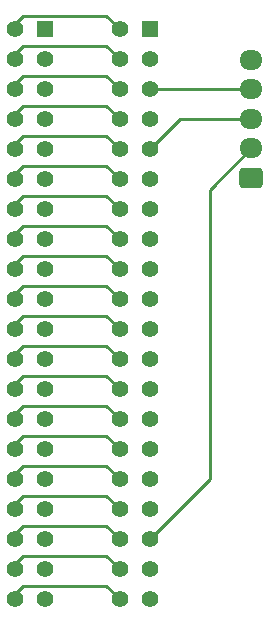
<source format=gbr>
%TF.GenerationSoftware,KiCad,Pcbnew,7.0.5*%
%TF.CreationDate,2023-12-19T10:56:59-08:00*%
%TF.ProjectId,PiN_PiHat,50694e5f-5069-4486-9174-2e6b69636164,rev?*%
%TF.SameCoordinates,Original*%
%TF.FileFunction,Copper,L1,Top*%
%TF.FilePolarity,Positive*%
%FSLAX46Y46*%
G04 Gerber Fmt 4.6, Leading zero omitted, Abs format (unit mm)*
G04 Created by KiCad (PCBNEW 7.0.5) date 2023-12-19 10:56:59*
%MOMM*%
%LPD*%
G01*
G04 APERTURE LIST*
G04 Aperture macros list*
%AMRoundRect*
0 Rectangle with rounded corners*
0 $1 Rounding radius*
0 $2 $3 $4 $5 $6 $7 $8 $9 X,Y pos of 4 corners*
0 Add a 4 corners polygon primitive as box body*
4,1,4,$2,$3,$4,$5,$6,$7,$8,$9,$2,$3,0*
0 Add four circle primitives for the rounded corners*
1,1,$1+$1,$2,$3*
1,1,$1+$1,$4,$5*
1,1,$1+$1,$6,$7*
1,1,$1+$1,$8,$9*
0 Add four rect primitives between the rounded corners*
20,1,$1+$1,$2,$3,$4,$5,0*
20,1,$1+$1,$4,$5,$6,$7,0*
20,1,$1+$1,$6,$7,$8,$9,0*
20,1,$1+$1,$8,$9,$2,$3,0*%
G04 Aperture macros list end*
%TA.AperFunction,ComponentPad*%
%ADD10C,1.398000*%
%TD*%
%TA.AperFunction,ComponentPad*%
%ADD11R,1.398000X1.398000*%
%TD*%
%TA.AperFunction,ComponentPad*%
%ADD12RoundRect,0.250000X0.725000X-0.600000X0.725000X0.600000X-0.725000X0.600000X-0.725000X-0.600000X0*%
%TD*%
%TA.AperFunction,ComponentPad*%
%ADD13O,1.950000X1.700000*%
%TD*%
%TA.AperFunction,Conductor*%
%ADD14C,0.250000*%
%TD*%
G04 APERTURE END LIST*
D10*
%TO.P,PI_to_Header1,1,Pin_1*%
%TO.N,Net-(Out1-Pin_1)*%
X110490000Y-27940000D03*
D11*
%TO.P,PI_to_Header1,2,Pin_2*%
%TO.N,Net-(Out1-Pin_2)*%
X113030000Y-27940000D03*
D10*
%TO.P,PI_to_Header1,3,Pin_3*%
%TO.N,Net-(Out1-Pin_3)*%
X110490000Y-30480000D03*
%TO.P,PI_to_Header1,4,Pin_4*%
%TO.N,Net-(Out1-Pin_4)*%
X113030000Y-30480000D03*
%TO.P,PI_to_Header1,5,Pin_5*%
%TO.N,Net-(Out1-Pin_5)*%
X110490000Y-33020000D03*
%TO.P,PI_to_Header1,6,Pin_6*%
%TO.N,Net-(Out1-Pin_6)*%
X113030000Y-33020000D03*
%TO.P,PI_to_Header1,7,Pin_7*%
%TO.N,Net-(Out1-Pin_7)*%
X110490000Y-35560000D03*
%TO.P,PI_to_Header1,8,Pin_8*%
%TO.N,Net-(Out1-Pin_8)*%
X113030000Y-35560000D03*
%TO.P,PI_to_Header1,9,Pin_9*%
%TO.N,Net-(Out1-Pin_9)*%
X110490000Y-38100000D03*
%TO.P,PI_to_Header1,10,Pin_10*%
%TO.N,Net-(Out1-Pin_10)*%
X113030000Y-38100000D03*
%TO.P,PI_to_Header1,11,Pin_11*%
%TO.N,Net-(Out1-Pin_11)*%
X110490000Y-40640000D03*
%TO.P,PI_to_Header1,12,Pin_12*%
%TO.N,Net-(Out1-Pin_12)*%
X113030000Y-40640000D03*
%TO.P,PI_to_Header1,13,Pin_13*%
%TO.N,Net-(Out1-Pin_13)*%
X110490000Y-43180000D03*
%TO.P,PI_to_Header1,14,Pin_14*%
%TO.N,Net-(Out1-Pin_14)*%
X113030000Y-43180000D03*
%TO.P,PI_to_Header1,15,Pin_15*%
%TO.N,Net-(Out1-Pin_15)*%
X110490000Y-45720000D03*
%TO.P,PI_to_Header1,16,Pin_16*%
%TO.N,Net-(Out1-Pin_16)*%
X113030000Y-45720000D03*
%TO.P,PI_to_Header1,17,Pin_17*%
%TO.N,Net-(Out1-Pin_17)*%
X110490000Y-48260000D03*
%TO.P,PI_to_Header1,18,Pin_18*%
%TO.N,Net-(Out1-Pin_18)*%
X113030000Y-48260000D03*
%TO.P,PI_to_Header1,19,Pin_19*%
%TO.N,Net-(Out1-Pin_19)*%
X110490000Y-50800000D03*
%TO.P,PI_to_Header1,20,Pin_20*%
%TO.N,Net-(Out1-Pin_20)*%
X113030000Y-50800000D03*
%TO.P,PI_to_Header1,21,Pin_21*%
%TO.N,Net-(Out1-Pin_21)*%
X110490000Y-53340000D03*
%TO.P,PI_to_Header1,22,Pin_22*%
%TO.N,Net-(Out1-Pin_22)*%
X113030000Y-53340000D03*
%TO.P,PI_to_Header1,23,Pin_23*%
%TO.N,Net-(Out1-Pin_23)*%
X110490000Y-55880000D03*
%TO.P,PI_to_Header1,24,Pin_24*%
%TO.N,Net-(Out1-Pin_24)*%
X113030000Y-55880000D03*
%TO.P,PI_to_Header1,25,Pin_25*%
%TO.N,Net-(Out1-Pin_25)*%
X110490000Y-58420000D03*
%TO.P,PI_to_Header1,26,Pin_26*%
%TO.N,Net-(Out1-Pin_26)*%
X113030000Y-58420000D03*
%TO.P,PI_to_Header1,27,Pin_27*%
%TO.N,Net-(Out1-Pin_27)*%
X110490000Y-60960000D03*
%TO.P,PI_to_Header1,28,Pin_28*%
%TO.N,Net-(Out1-Pin_28)*%
X113030000Y-60960000D03*
%TO.P,PI_to_Header1,29,Pin_29*%
%TO.N,Net-(Out1-Pin_29)*%
X110490000Y-63500000D03*
%TO.P,PI_to_Header1,30,Pin_30*%
%TO.N,Net-(Out1-Pin_30)*%
X113030000Y-63500000D03*
%TO.P,PI_to_Header1,31,Pin_31*%
%TO.N,Net-(Out1-Pin_31)*%
X110490000Y-66040000D03*
%TO.P,PI_to_Header1,32,Pin_32*%
%TO.N,Net-(Out1-Pin_32)*%
X113030000Y-66040000D03*
%TO.P,PI_to_Header1,33,Pin_33*%
%TO.N,Net-(Out1-Pin_33)*%
X110490000Y-68580000D03*
%TO.P,PI_to_Header1,34,Pin_34*%
%TO.N,Net-(Out1-Pin_34)*%
X113030000Y-68580000D03*
%TO.P,PI_to_Header1,35,Pin_35*%
%TO.N,Net-(Out1-Pin_35)*%
X110490000Y-71120000D03*
%TO.P,PI_to_Header1,36,Pin_36*%
%TO.N,Net-(Out1-Pin_36)*%
X113030000Y-71120000D03*
%TO.P,PI_to_Header1,37,Pin_37*%
%TO.N,Net-(Out1-Pin_37)*%
X110490000Y-73660000D03*
%TO.P,PI_to_Header1,38,Pin_38*%
%TO.N,Net-(Out1-Pin_38)*%
X113030000Y-73660000D03*
%TO.P,PI_to_Header1,39,Pin_39*%
%TO.N,Net-(Out1-Pin_39)*%
X110490000Y-76200000D03*
%TO.P,PI_to_Header1,40,Pin_40*%
%TO.N,Net-(Out1-Pin_40)*%
X113030000Y-76200000D03*
%TD*%
%TO.P,Out1,1,Pin_1*%
%TO.N,Net-(Out1-Pin_1)*%
X119380000Y-27940000D03*
D11*
%TO.P,Out1,2,Pin_2*%
%TO.N,Net-(Out1-Pin_2)*%
X121920000Y-27940000D03*
D10*
%TO.P,Out1,3,Pin_3*%
%TO.N,Net-(Out1-Pin_3)*%
X119380000Y-30480000D03*
%TO.P,Out1,4,Pin_4*%
%TO.N,Net-(Out1-Pin_4)*%
X121920000Y-30480000D03*
%TO.P,Out1,5,Pin_5*%
%TO.N,Net-(Out1-Pin_5)*%
X119380000Y-33020000D03*
%TO.P,Out1,6,Pin_6*%
%TO.N,Net-(Out1-Pin_6)*%
X121920000Y-33020000D03*
%TO.P,Out1,7,Pin_7*%
%TO.N,Net-(Out1-Pin_7)*%
X119380000Y-35560000D03*
%TO.P,Out1,8,Pin_8*%
%TO.N,Net-(Out1-Pin_8)*%
X121920000Y-35560000D03*
%TO.P,Out1,9,Pin_9*%
%TO.N,Net-(Out1-Pin_9)*%
X119380000Y-38100000D03*
%TO.P,Out1,10,Pin_10*%
%TO.N,Net-(Out1-Pin_10)*%
X121920000Y-38100000D03*
%TO.P,Out1,11,Pin_11*%
%TO.N,Net-(Out1-Pin_11)*%
X119380000Y-40640000D03*
%TO.P,Out1,12,Pin_12*%
%TO.N,Net-(Out1-Pin_12)*%
X121920000Y-40640000D03*
%TO.P,Out1,13,Pin_13*%
%TO.N,Net-(Out1-Pin_13)*%
X119380000Y-43180000D03*
%TO.P,Out1,14,Pin_14*%
%TO.N,Net-(Out1-Pin_14)*%
X121920000Y-43180000D03*
%TO.P,Out1,15,Pin_15*%
%TO.N,Net-(Out1-Pin_15)*%
X119380000Y-45720000D03*
%TO.P,Out1,16,Pin_16*%
%TO.N,Net-(Out1-Pin_16)*%
X121920000Y-45720000D03*
%TO.P,Out1,17,Pin_17*%
%TO.N,Net-(Out1-Pin_17)*%
X119380000Y-48260000D03*
%TO.P,Out1,18,Pin_18*%
%TO.N,Net-(Out1-Pin_18)*%
X121920000Y-48260000D03*
%TO.P,Out1,19,Pin_19*%
%TO.N,Net-(Out1-Pin_19)*%
X119380000Y-50800000D03*
%TO.P,Out1,20,Pin_20*%
%TO.N,Net-(Out1-Pin_20)*%
X121920000Y-50800000D03*
%TO.P,Out1,21,Pin_21*%
%TO.N,Net-(Out1-Pin_21)*%
X119380000Y-53340000D03*
%TO.P,Out1,22,Pin_22*%
%TO.N,Net-(Out1-Pin_22)*%
X121920000Y-53340000D03*
%TO.P,Out1,23,Pin_23*%
%TO.N,Net-(Out1-Pin_23)*%
X119380000Y-55880000D03*
%TO.P,Out1,24,Pin_24*%
%TO.N,Net-(Out1-Pin_24)*%
X121920000Y-55880000D03*
%TO.P,Out1,25,Pin_25*%
%TO.N,Net-(Out1-Pin_25)*%
X119380000Y-58420000D03*
%TO.P,Out1,26,Pin_26*%
%TO.N,Net-(Out1-Pin_26)*%
X121920000Y-58420000D03*
%TO.P,Out1,27,Pin_27*%
%TO.N,Net-(Out1-Pin_27)*%
X119380000Y-60960000D03*
%TO.P,Out1,28,Pin_28*%
%TO.N,Net-(Out1-Pin_28)*%
X121920000Y-60960000D03*
%TO.P,Out1,29,Pin_29*%
%TO.N,Net-(Out1-Pin_29)*%
X119380000Y-63500000D03*
%TO.P,Out1,30,Pin_30*%
%TO.N,Net-(Out1-Pin_30)*%
X121920000Y-63500000D03*
%TO.P,Out1,31,Pin_31*%
%TO.N,Net-(Out1-Pin_31)*%
X119380000Y-66040000D03*
%TO.P,Out1,32,Pin_32*%
%TO.N,Net-(Out1-Pin_32)*%
X121920000Y-66040000D03*
%TO.P,Out1,33,Pin_33*%
%TO.N,Net-(Out1-Pin_33)*%
X119380000Y-68580000D03*
%TO.P,Out1,34,Pin_34*%
%TO.N,Net-(Out1-Pin_34)*%
X121920000Y-68580000D03*
%TO.P,Out1,35,Pin_35*%
%TO.N,Net-(Out1-Pin_35)*%
X119380000Y-71120000D03*
%TO.P,Out1,36,Pin_36*%
%TO.N,Net-(Out1-Pin_36)*%
X121920000Y-71120000D03*
%TO.P,Out1,37,Pin_37*%
%TO.N,Net-(Out1-Pin_37)*%
X119380000Y-73660000D03*
%TO.P,Out1,38,Pin_38*%
%TO.N,Net-(Out1-Pin_38)*%
X121920000Y-73660000D03*
%TO.P,Out1,39,Pin_39*%
%TO.N,Net-(Out1-Pin_39)*%
X119380000Y-76200000D03*
%TO.P,Out1,40,Pin_40*%
%TO.N,Net-(Out1-Pin_40)*%
X121920000Y-76200000D03*
%TD*%
D12*
%TO.P,Pi1_to_PiN,1,Pin_1*%
%TO.N,Net-(Out1-Pin_32)*%
X130510000Y-40560000D03*
D13*
%TO.P,Pi1_to_PiN,2,Pin_2*%
%TO.N,Net-(Out1-Pin_36)*%
X130510000Y-38060000D03*
%TO.P,Pi1_to_PiN,3,Pin_3*%
%TO.N,Net-(Out1-Pin_10)*%
X130510000Y-35560000D03*
%TO.P,Pi1_to_PiN,4,Pin_4*%
%TO.N,Net-(Out1-Pin_6)*%
X130510000Y-33060000D03*
%TO.P,Pi1_to_PiN,5,Pin_5*%
%TO.N,Net-(Out1-Pin_15)*%
X130510000Y-30560000D03*
%TD*%
D14*
%TO.N,Net-(Out1-Pin_1)*%
X118256000Y-26816000D02*
X119380000Y-27940000D01*
X111174000Y-26816000D02*
X118256000Y-26816000D01*
X110150000Y-27840000D02*
X111174000Y-26816000D01*
%TO.N,Net-(Out1-Pin_3)*%
X118256000Y-29356000D02*
X119380000Y-30480000D01*
X111174000Y-29356000D02*
X118256000Y-29356000D01*
X110150000Y-30380000D02*
X111174000Y-29356000D01*
%TO.N,Net-(Out1-Pin_5)*%
X118256000Y-31896000D02*
X119380000Y-33020000D01*
X110150000Y-32920000D02*
X111174000Y-31896000D01*
X111174000Y-31896000D02*
X118256000Y-31896000D01*
%TO.N,Net-(Out1-Pin_7)*%
X118256000Y-34436000D02*
X119380000Y-35560000D01*
X110150000Y-35460000D02*
X111174000Y-34436000D01*
X111174000Y-34436000D02*
X118256000Y-34436000D01*
%TO.N,Net-(Out1-Pin_9)*%
X118256000Y-36976000D02*
X119380000Y-38100000D01*
X110150000Y-38000000D02*
X111174000Y-36976000D01*
X111174000Y-36976000D02*
X118256000Y-36976000D01*
%TO.N,Net-(Out1-Pin_11)*%
X111174000Y-39516000D02*
X118256000Y-39516000D01*
X110150000Y-40540000D02*
X111174000Y-39516000D01*
X118256000Y-39516000D02*
X119380000Y-40640000D01*
%TO.N,Net-(Out1-Pin_13)*%
X118256000Y-42056000D02*
X119380000Y-43180000D01*
X111174000Y-42056000D02*
X118256000Y-42056000D01*
X110150000Y-43080000D02*
X111174000Y-42056000D01*
%TO.N,Net-(Out1-Pin_17)*%
X111174000Y-47136000D02*
X118256000Y-47136000D01*
X110150000Y-48160000D02*
X111174000Y-47136000D01*
X118256000Y-47136000D02*
X119380000Y-48260000D01*
%TO.N,Net-(Out1-Pin_19)*%
X110150000Y-50700000D02*
X111174000Y-49676000D01*
X118256000Y-49676000D02*
X119380000Y-50800000D01*
X111174000Y-49676000D02*
X118256000Y-49676000D01*
%TO.N,Net-(Out1-Pin_21)*%
X110150000Y-53240000D02*
X111174000Y-52216000D01*
X111174000Y-52216000D02*
X118256000Y-52216000D01*
X118256000Y-52216000D02*
X119380000Y-53340000D01*
%TO.N,Net-(Out1-Pin_23)*%
X118256000Y-54756000D02*
X119380000Y-55880000D01*
X111174000Y-54756000D02*
X118256000Y-54756000D01*
X110150000Y-55780000D02*
X111174000Y-54756000D01*
%TO.N,Net-(Out1-Pin_25)*%
X110150000Y-58320000D02*
X111174000Y-57296000D01*
X111174000Y-57296000D02*
X118256000Y-57296000D01*
X118256000Y-57296000D02*
X119380000Y-58420000D01*
%TO.N,Net-(Out1-Pin_27)*%
X110150000Y-60860000D02*
X111174000Y-59836000D01*
X118256000Y-59836000D02*
X119380000Y-60960000D01*
X111174000Y-59836000D02*
X118256000Y-59836000D01*
%TO.N,Net-(Out1-Pin_29)*%
X110150000Y-63400000D02*
X111174000Y-62376000D01*
X111174000Y-62376000D02*
X118256000Y-62376000D01*
X118256000Y-62376000D02*
X119380000Y-63500000D01*
%TO.N,Net-(Out1-Pin_31)*%
X110150000Y-65940000D02*
X111174000Y-64916000D01*
X118256000Y-64916000D02*
X119380000Y-66040000D01*
X111174000Y-64916000D02*
X118256000Y-64916000D01*
%TO.N,Net-(Out1-Pin_33)*%
X118256000Y-67456000D02*
X119380000Y-68580000D01*
X110150000Y-68480000D02*
X111174000Y-67456000D01*
X111174000Y-67456000D02*
X118256000Y-67456000D01*
%TO.N,Net-(Out1-Pin_35)*%
X110150000Y-71020000D02*
X111174000Y-69996000D01*
X118256000Y-69996000D02*
X119380000Y-71120000D01*
X111174000Y-69996000D02*
X118256000Y-69996000D01*
%TO.N,Net-(Out1-Pin_37)*%
X110150000Y-73560000D02*
X111174000Y-72536000D01*
X118256000Y-72536000D02*
X119380000Y-73660000D01*
X111174000Y-72536000D02*
X118256000Y-72536000D01*
%TO.N,Net-(Out1-Pin_39)*%
X118256000Y-75076000D02*
X119380000Y-76200000D01*
X111174000Y-75076000D02*
X118256000Y-75076000D01*
X110150000Y-76100000D02*
X111174000Y-75076000D01*
%TO.N,Net-(Out1-Pin_36)*%
X127000000Y-41570000D02*
X127000000Y-66040000D01*
X127000000Y-66040000D02*
X121920000Y-71120000D01*
X130510000Y-38060000D02*
X127000000Y-41570000D01*
%TO.N,Net-(Out1-Pin_15)*%
X111174000Y-44596000D02*
X118256000Y-44596000D01*
X118256000Y-44596000D02*
X119380000Y-45720000D01*
X110150000Y-45620000D02*
X111174000Y-44596000D01*
%TO.N,Net-(Out1-Pin_10)*%
X124460000Y-35560000D02*
X121920000Y-38100000D01*
X130510000Y-35560000D02*
X124460000Y-35560000D01*
%TO.N,Net-(Out1-Pin_6)*%
X121960000Y-33060000D02*
X121920000Y-33020000D01*
X130510000Y-33060000D02*
X121960000Y-33060000D01*
%TD*%
M02*

</source>
